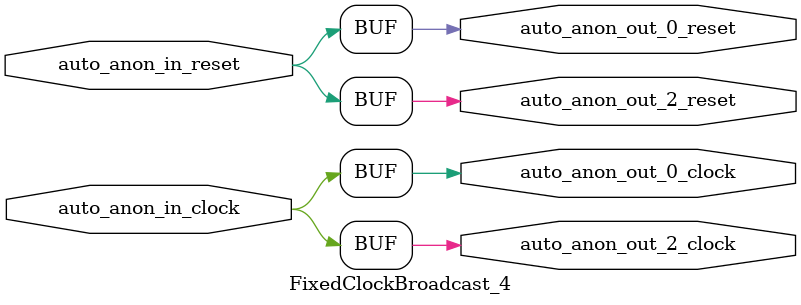
<source format=sv>
module FixedClockBroadcast_4(	// @[generators/rocket-chip/src/main/scala/prci/ClockGroup.scala:104:9]
  input  auto_anon_in_clock,	// @[generators/diplomacy/diplomacy/src/diplomacy/lazymodule/LazyModuleImp.scala:106:25]
  input  auto_anon_in_reset,	// @[generators/diplomacy/diplomacy/src/diplomacy/lazymodule/LazyModuleImp.scala:106:25]
  output auto_anon_out_2_clock,	// @[generators/diplomacy/diplomacy/src/diplomacy/lazymodule/LazyModuleImp.scala:106:25]
  output auto_anon_out_2_reset,	// @[generators/diplomacy/diplomacy/src/diplomacy/lazymodule/LazyModuleImp.scala:106:25]
  output auto_anon_out_0_clock,	// @[generators/diplomacy/diplomacy/src/diplomacy/lazymodule/LazyModuleImp.scala:106:25]
  output auto_anon_out_0_reset	// @[generators/diplomacy/diplomacy/src/diplomacy/lazymodule/LazyModuleImp.scala:106:25]
);

  assign auto_anon_out_2_clock = auto_anon_in_clock;	// @[generators/rocket-chip/src/main/scala/prci/ClockGroup.scala:104:9]
  assign auto_anon_out_2_reset = auto_anon_in_reset;	// @[generators/rocket-chip/src/main/scala/prci/ClockGroup.scala:104:9]
  assign auto_anon_out_0_clock = auto_anon_in_clock;	// @[generators/rocket-chip/src/main/scala/prci/ClockGroup.scala:104:9]
  assign auto_anon_out_0_reset = auto_anon_in_reset;	// @[generators/rocket-chip/src/main/scala/prci/ClockGroup.scala:104:9]
endmodule


</source>
